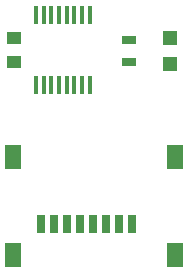
<source format=gbr>
G04 #@! TF.FileFunction,Paste,Top*
%FSLAX46Y46*%
G04 Gerber Fmt 4.6, Leading zero omitted, Abs format (unit mm)*
G04 Created by KiCad (PCBNEW 4.0.6) date 04/08/19 09:34:54*
%MOMM*%
%LPD*%
G01*
G04 APERTURE LIST*
%ADD10C,0.100000*%
%ADD11R,1.250000X1.000000*%
%ADD12R,1.450000X2.000000*%
%ADD13R,0.800000X1.500000*%
%ADD14R,1.200000X1.200000*%
%ADD15R,1.300000X0.700000*%
%ADD16R,0.450000X1.500000*%
G04 APERTURE END LIST*
D10*
D11*
X144601000Y-72625000D03*
X144601000Y-70625000D03*
D12*
X144536000Y-88955000D03*
X158286000Y-88955000D03*
X158286000Y-80655000D03*
X144536000Y-80655000D03*
D13*
X146911000Y-86355000D03*
X148011000Y-86355000D03*
X149111000Y-86355000D03*
X150211000Y-86355000D03*
X151311000Y-86355000D03*
X152411000Y-86355000D03*
X153511000Y-86355000D03*
X154611000Y-86355000D03*
D14*
X157801000Y-70595000D03*
X157801000Y-72795000D03*
D15*
X154341000Y-72675000D03*
X154341000Y-70775000D03*
D16*
X146476000Y-74555000D03*
X147126000Y-74555000D03*
X147776000Y-74555000D03*
X148426000Y-74555000D03*
X149076000Y-74555000D03*
X149726000Y-74555000D03*
X150376000Y-74555000D03*
X151026000Y-74555000D03*
X151026000Y-68655000D03*
X150376000Y-68655000D03*
X149726000Y-68655000D03*
X149076000Y-68655000D03*
X148426000Y-68655000D03*
X147776000Y-68655000D03*
X147126000Y-68655000D03*
X146476000Y-68655000D03*
M02*

</source>
